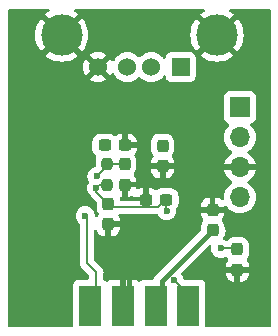
<source format=gbr>
%TF.GenerationSoftware,KiCad,Pcbnew,7.0.9*%
%TF.CreationDate,2024-03-27T20:05:08+00:00*%
%TF.ProjectId,USBHIDAdapter,55534248-4944-4416-9461-707465722e6b,rev?*%
%TF.SameCoordinates,Original*%
%TF.FileFunction,Copper,L2,Bot*%
%TF.FilePolarity,Positive*%
%FSLAX46Y46*%
G04 Gerber Fmt 4.6, Leading zero omitted, Abs format (unit mm)*
G04 Created by KiCad (PCBNEW 7.0.9) date 2024-03-27 20:05:08*
%MOMM*%
%LPD*%
G01*
G04 APERTURE LIST*
G04 Aperture macros list*
%AMRoundRect*
0 Rectangle with rounded corners*
0 $1 Rounding radius*
0 $2 $3 $4 $5 $6 $7 $8 $9 X,Y pos of 4 corners*
0 Add a 4 corners polygon primitive as box body*
4,1,4,$2,$3,$4,$5,$6,$7,$8,$9,$2,$3,0*
0 Add four circle primitives for the rounded corners*
1,1,$1+$1,$2,$3*
1,1,$1+$1,$4,$5*
1,1,$1+$1,$6,$7*
1,1,$1+$1,$8,$9*
0 Add four rect primitives between the rounded corners*
20,1,$1+$1,$2,$3,$4,$5,0*
20,1,$1+$1,$4,$5,$6,$7,0*
20,1,$1+$1,$6,$7,$8,$9,0*
20,1,$1+$1,$8,$9,$2,$3,0*%
G04 Aperture macros list end*
%TA.AperFunction,ComponentPad*%
%ADD10R,1.700000X1.700000*%
%TD*%
%TA.AperFunction,ComponentPad*%
%ADD11O,1.700000X1.700000*%
%TD*%
%TA.AperFunction,ComponentPad*%
%ADD12C,3.500000*%
%TD*%
%TA.AperFunction,ComponentPad*%
%ADD13C,1.524000*%
%TD*%
%TA.AperFunction,ComponentPad*%
%ADD14R,1.524000X1.524000*%
%TD*%
%TA.AperFunction,SMDPad,CuDef*%
%ADD15R,1.846667X3.480000*%
%TD*%
%TA.AperFunction,SMDPad,CuDef*%
%ADD16RoundRect,0.237500X-0.237500X0.300000X-0.237500X-0.300000X0.237500X-0.300000X0.237500X0.300000X0*%
%TD*%
%TA.AperFunction,SMDPad,CuDef*%
%ADD17RoundRect,0.237500X-0.300000X-0.237500X0.300000X-0.237500X0.300000X0.237500X-0.300000X0.237500X0*%
%TD*%
%TA.AperFunction,SMDPad,CuDef*%
%ADD18RoundRect,0.237500X0.237500X-0.300000X0.237500X0.300000X-0.237500X0.300000X-0.237500X-0.300000X0*%
%TD*%
%TA.AperFunction,SMDPad,CuDef*%
%ADD19RoundRect,0.237500X0.300000X0.237500X-0.300000X0.237500X-0.300000X-0.237500X0.300000X-0.237500X0*%
%TD*%
%TA.AperFunction,SMDPad,CuDef*%
%ADD20RoundRect,0.237500X0.237500X-0.250000X0.237500X0.250000X-0.237500X0.250000X-0.237500X-0.250000X0*%
%TD*%
%TA.AperFunction,ViaPad*%
%ADD21C,0.600000*%
%TD*%
%TA.AperFunction,Conductor*%
%ADD22C,0.200000*%
%TD*%
%TA.AperFunction,Conductor*%
%ADD23C,0.127000*%
%TD*%
%TA.AperFunction,Conductor*%
%ADD24C,0.400000*%
%TD*%
G04 APERTURE END LIST*
D10*
%TO.P,J2,1,Pin_1*%
%TO.N,/SWCLK*%
X138684000Y-84668200D03*
D11*
%TO.P,J2,2,Pin_2*%
%TO.N,/SWDIO*%
X138684000Y-87208200D03*
%TO.P,J2,3,Pin_3*%
%TO.N,GND*%
X138684000Y-89748200D03*
%TO.P,J2,4,Pin_4*%
%TO.N,+5V*%
X138684000Y-92288200D03*
%TD*%
D12*
%TO.P,J3,5,Shield*%
%TO.N,GND*%
X123605000Y-78557100D03*
X136745000Y-78557100D03*
D13*
%TO.P,J3,4,GND*%
X126675000Y-81267100D03*
%TO.P,J3,3,D+*%
%TO.N,/USB_DP*%
X129175000Y-81267100D03*
%TO.P,J3,2,D-*%
%TO.N,/USB_DM*%
X131175000Y-81267100D03*
D14*
%TO.P,J3,1,VBUS*%
%TO.N,Net-(J3-VBUS)*%
X133675000Y-81267100D03*
%TD*%
D15*
%TO.P,J1,9,9*%
%TO.N,/PIN9*%
X126020000Y-101498400D03*
%TO.P,J1,8,8*%
%TO.N,GND*%
X128790000Y-101498400D03*
%TO.P,J1,7,7*%
%TO.N,+5V*%
X131560000Y-101498400D03*
%TO.P,J1,6,6*%
%TO.N,/PIN6*%
X134330000Y-101498400D03*
%TD*%
D16*
%TO.P,C1,1*%
%TO.N,+3.3V*%
X138480800Y-96698900D03*
%TO.P,C1,2*%
%TO.N,GND*%
X138480800Y-98423900D03*
%TD*%
D17*
%TO.P,C2,1*%
%TO.N,+3.3V*%
X127229700Y-87884000D03*
%TO.P,C2,2*%
%TO.N,GND*%
X128954700Y-87884000D03*
%TD*%
D18*
%TO.P,C4,1*%
%TO.N,+5V*%
X136372600Y-95071100D03*
%TO.P,C4,2*%
%TO.N,GND*%
X136372600Y-93346100D03*
%TD*%
D19*
%TO.P,C6,1*%
%TO.N,+3.3V*%
X132459900Y-92481400D03*
%TO.P,C6,2*%
%TO.N,GND*%
X130734900Y-92481400D03*
%TD*%
D16*
%TO.P,C3,1*%
%TO.N,+3.3V*%
X132156200Y-87935900D03*
%TO.P,C3,2*%
%TO.N,GND*%
X132156200Y-89660900D03*
%TD*%
%TO.P,C5,1*%
%TO.N,+3.3V*%
X127533400Y-92838100D03*
%TO.P,C5,2*%
%TO.N,GND*%
X127533400Y-94563100D03*
%TD*%
D20*
%TO.P,R2,1*%
%TO.N,+3.3V*%
X127457200Y-91260300D03*
%TO.P,R2,2*%
%TO.N,/NRST*%
X127457200Y-89435300D03*
%TD*%
D16*
%TO.P,C9,1*%
%TO.N,/NRST*%
X128930400Y-89485300D03*
%TO.P,C9,2*%
%TO.N,GND*%
X128930400Y-91210300D03*
%TD*%
D21*
%TO.N,+3.3V*%
X137071500Y-96621600D03*
X132105400Y-87909400D03*
X132486400Y-93421200D03*
X127127000Y-87934800D03*
X126550218Y-91506221D03*
%TO.N,GND*%
X139369800Y-100685600D03*
X132029200Y-95377000D03*
X123748800Y-84328000D03*
X123113800Y-89916000D03*
X135077200Y-87909400D03*
X137134600Y-98069400D03*
X129616200Y-98018600D03*
X139954000Y-81153000D03*
X127508000Y-84607400D03*
X130810000Y-78562200D03*
X123926600Y-92100400D03*
%TO.N,+5V*%
X136677400Y-95123000D03*
%TO.N,/NRST*%
X126586051Y-90531667D03*
%TO.N,/PIN6*%
X133108229Y-99331898D03*
%TO.N,/PIN9*%
X125603000Y-93853000D03*
%TD*%
D22*
%TO.N,+3.3V*%
X132459900Y-92481400D02*
X132459900Y-93394700D01*
D23*
X126550218Y-91854918D02*
X126550218Y-91506221D01*
X127533400Y-92838100D02*
X126550218Y-91854918D01*
X127842200Y-93146900D02*
X131794400Y-93146900D01*
X126796139Y-91260300D02*
X126550218Y-91506221D01*
D22*
X132459900Y-93394700D02*
X132486400Y-93421200D01*
X137071500Y-96621600D02*
X138403500Y-96621600D01*
D23*
X127457200Y-91260300D02*
X126796139Y-91260300D01*
D22*
X127178900Y-87934800D02*
X127229700Y-87884000D01*
D23*
X127533400Y-92838100D02*
X127842200Y-93146900D01*
X131794400Y-93146900D02*
X132459900Y-92481400D01*
D22*
X127127000Y-87934800D02*
X127178900Y-87934800D01*
X138403500Y-96621600D02*
X138480800Y-96698900D01*
D24*
%TO.N,GND*%
X129311400Y-98323400D02*
X129616200Y-98018600D01*
X129311400Y-100101400D02*
X129311400Y-98323400D01*
%TO.N,+5V*%
X132080000Y-99363700D02*
X136372600Y-95071100D01*
X132080000Y-101498400D02*
X132080000Y-99363700D01*
D23*
%TO.N,/NRST*%
X127507200Y-89485300D02*
X127457200Y-89435300D01*
X128981200Y-89485300D02*
X127507200Y-89485300D01*
X127457200Y-89660518D02*
X126586051Y-90531667D01*
X127457200Y-89435300D02*
X127457200Y-89660518D01*
D22*
%TO.N,/PIN6*%
X134850000Y-101498400D02*
X134850000Y-101073669D01*
X134850000Y-101073669D02*
X133108229Y-99331898D01*
%TO.N,/PIN9*%
X125755400Y-94005400D02*
X125603000Y-93853000D01*
X125755400Y-97866200D02*
X125755400Y-94005400D01*
X126540000Y-98650800D02*
X125755400Y-97866200D01*
X126540000Y-101498400D02*
X126540000Y-98650800D01*
%TD*%
%TA.AperFunction,Conductor*%
%TO.N,GND*%
G36*
X122538955Y-76364585D02*
G01*
X122584710Y-76417389D01*
X122594654Y-76486547D01*
X122565629Y-76550103D01*
X122526760Y-76580112D01*
X122477593Y-76604358D01*
X122477580Y-76604365D01*
X122232350Y-76768223D01*
X122198958Y-76797506D01*
X122985388Y-77583936D01*
X122826931Y-77703599D01*
X122683348Y-77861101D01*
X122634439Y-77940091D01*
X121845406Y-77151058D01*
X121816123Y-77184450D01*
X121652265Y-77429680D01*
X121652258Y-77429693D01*
X121521812Y-77694211D01*
X121427005Y-77973500D01*
X121427001Y-77973515D01*
X121369464Y-78262775D01*
X121369462Y-78262787D01*
X121350172Y-78557100D01*
X121369462Y-78851412D01*
X121369464Y-78851424D01*
X121427001Y-79140684D01*
X121427005Y-79140699D01*
X121521812Y-79419988D01*
X121652258Y-79684506D01*
X121652265Y-79684519D01*
X121816122Y-79929748D01*
X121845406Y-79963139D01*
X122634438Y-79174107D01*
X122683348Y-79253099D01*
X122826931Y-79410601D01*
X122985388Y-79530263D01*
X122198959Y-80316692D01*
X122198959Y-80316693D01*
X122232344Y-80345972D01*
X122232348Y-80345975D01*
X122477580Y-80509834D01*
X122477593Y-80509841D01*
X122742111Y-80640287D01*
X123021400Y-80735094D01*
X123021415Y-80735098D01*
X123310675Y-80792635D01*
X123310687Y-80792637D01*
X123605000Y-80811927D01*
X123899312Y-80792637D01*
X123899324Y-80792635D01*
X124188584Y-80735098D01*
X124188599Y-80735094D01*
X124467888Y-80640287D01*
X124732406Y-80509841D01*
X124732419Y-80509834D01*
X124977650Y-80345977D01*
X125011039Y-80316693D01*
X125011040Y-80316692D01*
X124224611Y-79530263D01*
X124383069Y-79410601D01*
X124526652Y-79253099D01*
X124575560Y-79174108D01*
X125364592Y-79963140D01*
X125364593Y-79963139D01*
X125393877Y-79929750D01*
X125557734Y-79684519D01*
X125557741Y-79684506D01*
X125688187Y-79419988D01*
X125782994Y-79140699D01*
X125782998Y-79140684D01*
X125840535Y-78851424D01*
X125840537Y-78851412D01*
X125859827Y-78557100D01*
X125840537Y-78262787D01*
X125840535Y-78262775D01*
X125782998Y-77973515D01*
X125782994Y-77973500D01*
X125688187Y-77694211D01*
X125557741Y-77429693D01*
X125557734Y-77429680D01*
X125393875Y-77184448D01*
X125393872Y-77184444D01*
X125364593Y-77151059D01*
X125364592Y-77151059D01*
X124575560Y-77940091D01*
X124526652Y-77861101D01*
X124383069Y-77703599D01*
X124224610Y-77583935D01*
X125011039Y-76797506D01*
X124977648Y-76768222D01*
X124732419Y-76604365D01*
X124732406Y-76604358D01*
X124683240Y-76580112D01*
X124631821Y-76532807D01*
X124614139Y-76465212D01*
X124635809Y-76398787D01*
X124689950Y-76354623D01*
X124738084Y-76344900D01*
X135611916Y-76344900D01*
X135678955Y-76364585D01*
X135724710Y-76417389D01*
X135734654Y-76486547D01*
X135705629Y-76550103D01*
X135666760Y-76580112D01*
X135617593Y-76604358D01*
X135617580Y-76604365D01*
X135372350Y-76768223D01*
X135338958Y-76797506D01*
X136125388Y-77583936D01*
X135966931Y-77703599D01*
X135823348Y-77861101D01*
X135774439Y-77940091D01*
X134985406Y-77151058D01*
X134956123Y-77184450D01*
X134792265Y-77429680D01*
X134792258Y-77429693D01*
X134661812Y-77694211D01*
X134567005Y-77973500D01*
X134567001Y-77973515D01*
X134509464Y-78262775D01*
X134509462Y-78262787D01*
X134490172Y-78557100D01*
X134509462Y-78851412D01*
X134509464Y-78851424D01*
X134567001Y-79140684D01*
X134567005Y-79140699D01*
X134661812Y-79419988D01*
X134792258Y-79684506D01*
X134792265Y-79684519D01*
X134956122Y-79929748D01*
X134985406Y-79963139D01*
X135774438Y-79174107D01*
X135823348Y-79253099D01*
X135966931Y-79410601D01*
X136125388Y-79530263D01*
X135338959Y-80316692D01*
X135338959Y-80316693D01*
X135372344Y-80345972D01*
X135372348Y-80345975D01*
X135617580Y-80509834D01*
X135617593Y-80509841D01*
X135882111Y-80640287D01*
X136161400Y-80735094D01*
X136161415Y-80735098D01*
X136450675Y-80792635D01*
X136450687Y-80792637D01*
X136745000Y-80811927D01*
X137039312Y-80792637D01*
X137039324Y-80792635D01*
X137328584Y-80735098D01*
X137328599Y-80735094D01*
X137607888Y-80640287D01*
X137872406Y-80509841D01*
X137872419Y-80509834D01*
X138117650Y-80345977D01*
X138151039Y-80316693D01*
X138151040Y-80316692D01*
X137364611Y-79530263D01*
X137523069Y-79410601D01*
X137666652Y-79253099D01*
X137715560Y-79174108D01*
X138504592Y-79963140D01*
X138504593Y-79963139D01*
X138533877Y-79929750D01*
X138697734Y-79684519D01*
X138697741Y-79684506D01*
X138828187Y-79419988D01*
X138922994Y-79140699D01*
X138922998Y-79140684D01*
X138980535Y-78851424D01*
X138980537Y-78851412D01*
X138999827Y-78557100D01*
X138980537Y-78262787D01*
X138980535Y-78262775D01*
X138922998Y-77973515D01*
X138922994Y-77973500D01*
X138828187Y-77694211D01*
X138697741Y-77429693D01*
X138697734Y-77429680D01*
X138533875Y-77184448D01*
X138533872Y-77184444D01*
X138504593Y-77151059D01*
X138504592Y-77151059D01*
X137715560Y-77940091D01*
X137666652Y-77861101D01*
X137523069Y-77703599D01*
X137364610Y-77583935D01*
X138151039Y-76797506D01*
X138117648Y-76768222D01*
X137872419Y-76604365D01*
X137872406Y-76604358D01*
X137823240Y-76580112D01*
X137771821Y-76532807D01*
X137754139Y-76465212D01*
X137775809Y-76398787D01*
X137829950Y-76354623D01*
X137878084Y-76344900D01*
X141183700Y-76344900D01*
X141250739Y-76364585D01*
X141296494Y-76417389D01*
X141307700Y-76468900D01*
X141307700Y-103134500D01*
X141288015Y-103201539D01*
X141235211Y-103247294D01*
X141183700Y-103258500D01*
X135877834Y-103258500D01*
X135810795Y-103238815D01*
X135765040Y-103186011D01*
X135753834Y-103134500D01*
X135753833Y-99710529D01*
X135753832Y-99710523D01*
X135753831Y-99710516D01*
X135747425Y-99650917D01*
X135697130Y-99516069D01*
X135697129Y-99516068D01*
X135697127Y-99516064D01*
X135610881Y-99400855D01*
X135610878Y-99400852D01*
X135495669Y-99314606D01*
X135495662Y-99314602D01*
X135360816Y-99264308D01*
X135360817Y-99264308D01*
X135301217Y-99257901D01*
X135301215Y-99257900D01*
X135301207Y-99257900D01*
X135301199Y-99257900D01*
X134016270Y-99257900D01*
X133949231Y-99238215D01*
X133903476Y-99185411D01*
X133896210Y-99159187D01*
X133895146Y-99159430D01*
X133893597Y-99152643D01*
X133872991Y-99093755D01*
X133834018Y-98982376D01*
X133834017Y-98982375D01*
X133834016Y-98982371D01*
X133739209Y-98831488D01*
X133720208Y-98764252D01*
X133740575Y-98697417D01*
X133756516Y-98677840D01*
X133760456Y-98673900D01*
X137505801Y-98673900D01*
X137505801Y-98773054D01*
X137516119Y-98874052D01*
X137570346Y-99037700D01*
X137570351Y-99037711D01*
X137660852Y-99184434D01*
X137660855Y-99184438D01*
X137782761Y-99306344D01*
X137782765Y-99306347D01*
X137929488Y-99396848D01*
X137929499Y-99396853D01*
X138093147Y-99451080D01*
X138194152Y-99461399D01*
X138230800Y-99461399D01*
X138230800Y-98673900D01*
X138730800Y-98673900D01*
X138730800Y-99461399D01*
X138767440Y-99461399D01*
X138767454Y-99461398D01*
X138868452Y-99451080D01*
X139032100Y-99396853D01*
X139032111Y-99396848D01*
X139178834Y-99306347D01*
X139178838Y-99306344D01*
X139300744Y-99184438D01*
X139300747Y-99184434D01*
X139391248Y-99037711D01*
X139391253Y-99037700D01*
X139445480Y-98874052D01*
X139455799Y-98773054D01*
X139455800Y-98773041D01*
X139455800Y-98673900D01*
X138730800Y-98673900D01*
X138230800Y-98673900D01*
X137505801Y-98673900D01*
X133760456Y-98673900D01*
X136072902Y-96361453D01*
X136134223Y-96327970D01*
X136203915Y-96332954D01*
X136259848Y-96374826D01*
X136284265Y-96440290D01*
X136283801Y-96463019D01*
X136265935Y-96621595D01*
X136265935Y-96621603D01*
X136286130Y-96800849D01*
X136286131Y-96800854D01*
X136345711Y-96971123D01*
X136394065Y-97048077D01*
X136441684Y-97123862D01*
X136569238Y-97251416D01*
X136659580Y-97308182D01*
X136707409Y-97338235D01*
X136721978Y-97347389D01*
X136805933Y-97376766D01*
X136892245Y-97406968D01*
X136892250Y-97406969D01*
X137071496Y-97427165D01*
X137071500Y-97427165D01*
X137071504Y-97427165D01*
X137250749Y-97406969D01*
X137250752Y-97406968D01*
X137250755Y-97406968D01*
X137421022Y-97347389D01*
X137437763Y-97336869D01*
X137504998Y-97317869D01*
X137571834Y-97338235D01*
X137609274Y-97376766D01*
X137660457Y-97459746D01*
X137660460Y-97459750D01*
X137674782Y-97474072D01*
X137708267Y-97535395D01*
X137703283Y-97605087D01*
X137674785Y-97649432D01*
X137660852Y-97663365D01*
X137570351Y-97810088D01*
X137570346Y-97810099D01*
X137516119Y-97973747D01*
X137505800Y-98074745D01*
X137505800Y-98173900D01*
X139455799Y-98173900D01*
X139455799Y-98074760D01*
X139455798Y-98074745D01*
X139445480Y-97973747D01*
X139391253Y-97810099D01*
X139391248Y-97810088D01*
X139300747Y-97663365D01*
X139300744Y-97663361D01*
X139286817Y-97649434D01*
X139253332Y-97588111D01*
X139258316Y-97518419D01*
X139286817Y-97474072D01*
X139301140Y-97459750D01*
X139391708Y-97312916D01*
X139445974Y-97149153D01*
X139456300Y-97048077D01*
X139456299Y-96349724D01*
X139448367Y-96272078D01*
X139445974Y-96248647D01*
X139391708Y-96084884D01*
X139301140Y-95938050D01*
X139179150Y-95816060D01*
X139032316Y-95725492D01*
X138868553Y-95671226D01*
X138868551Y-95671225D01*
X138767478Y-95660900D01*
X138194130Y-95660900D01*
X138194112Y-95660901D01*
X138093047Y-95671225D01*
X137929284Y-95725492D01*
X137929281Y-95725493D01*
X137782451Y-95816059D01*
X137663929Y-95934581D01*
X137602606Y-95968065D01*
X137532914Y-95963081D01*
X137510276Y-95951893D01*
X137421019Y-95895809D01*
X137346550Y-95869751D01*
X137289774Y-95829030D01*
X137264027Y-95764077D01*
X137277483Y-95695515D01*
X137281959Y-95687625D01*
X137283508Y-95685116D01*
X137294294Y-95652561D01*
X137307007Y-95625593D01*
X137307213Y-95625264D01*
X137307216Y-95625262D01*
X137403189Y-95472522D01*
X137462768Y-95302255D01*
X137482965Y-95123000D01*
X137475409Y-95055942D01*
X137462769Y-94943750D01*
X137462768Y-94943745D01*
X137403188Y-94773476D01*
X137359111Y-94703328D01*
X137340747Y-94649955D01*
X137337774Y-94620847D01*
X137326021Y-94585380D01*
X137283508Y-94457084D01*
X137192940Y-94310250D01*
X137178617Y-94295927D01*
X137145132Y-94234604D01*
X137150116Y-94164912D01*
X137178621Y-94120560D01*
X137192547Y-94106635D01*
X137283048Y-93959911D01*
X137283053Y-93959900D01*
X137337280Y-93796252D01*
X137347599Y-93695254D01*
X137347600Y-93695241D01*
X137347600Y-93596100D01*
X135397601Y-93596100D01*
X135397601Y-93695254D01*
X135407919Y-93796252D01*
X135462146Y-93959900D01*
X135462151Y-93959911D01*
X135552652Y-94106634D01*
X135552655Y-94106638D01*
X135566582Y-94120565D01*
X135600067Y-94181888D01*
X135595083Y-94251580D01*
X135566584Y-94295925D01*
X135552261Y-94310248D01*
X135461693Y-94457081D01*
X135461691Y-94457086D01*
X135441888Y-94516848D01*
X135407426Y-94620847D01*
X135407426Y-94620848D01*
X135407425Y-94620848D01*
X135397100Y-94721915D01*
X135397100Y-95004580D01*
X135377415Y-95071619D01*
X135360781Y-95092261D01*
X131600966Y-98852075D01*
X131598240Y-98854642D01*
X131551818Y-98895768D01*
X131516586Y-98946809D01*
X131514368Y-98949824D01*
X131476124Y-98998639D01*
X131476119Y-98998648D01*
X131471960Y-99007888D01*
X131460942Y-99027423D01*
X131455187Y-99035761D01*
X131455183Y-99035767D01*
X131455182Y-99035770D01*
X131455180Y-99035774D01*
X131455179Y-99035777D01*
X131433189Y-99093755D01*
X131431757Y-99097213D01*
X131406305Y-99153767D01*
X131405849Y-99156258D01*
X131405011Y-99157919D01*
X131404075Y-99160925D01*
X131403575Y-99160769D01*
X131374399Y-99218650D01*
X131314211Y-99254134D01*
X131283881Y-99257900D01*
X130588795Y-99257900D01*
X130588789Y-99257901D01*
X130529182Y-99264308D01*
X130394337Y-99314602D01*
X130394330Y-99314606D01*
X130279121Y-99400852D01*
X130279117Y-99400856D01*
X130273949Y-99407760D01*
X130218013Y-99449628D01*
X130148321Y-99454607D01*
X130087000Y-99421118D01*
X130075419Y-99407752D01*
X130070521Y-99401209D01*
X129955427Y-99315049D01*
X129955420Y-99315045D01*
X129820713Y-99264803D01*
X129820706Y-99264801D01*
X129761178Y-99258400D01*
X129040000Y-99258400D01*
X129040000Y-101624400D01*
X129020315Y-101691439D01*
X128967511Y-101737194D01*
X128916000Y-101748400D01*
X128664000Y-101748400D01*
X128596961Y-101728715D01*
X128551206Y-101675911D01*
X128540000Y-101624400D01*
X128540000Y-99258400D01*
X127818821Y-99258400D01*
X127759293Y-99264801D01*
X127759286Y-99264803D01*
X127624579Y-99315045D01*
X127624572Y-99315049D01*
X127509479Y-99401209D01*
X127504577Y-99407757D01*
X127448642Y-99449626D01*
X127378950Y-99454608D01*
X127317628Y-99421121D01*
X127306047Y-99407756D01*
X127300881Y-99400855D01*
X127295535Y-99396853D01*
X127190188Y-99317990D01*
X127148318Y-99262057D01*
X127140500Y-99218724D01*
X127140500Y-98694227D01*
X127141031Y-98686126D01*
X127145682Y-98650800D01*
X127145682Y-98650798D01*
X127125044Y-98494039D01*
X127125042Y-98494034D01*
X127064538Y-98347963D01*
X127064538Y-98347962D01*
X127064536Y-98347959D01*
X126992450Y-98254015D01*
X126980366Y-98238266D01*
X126968283Y-98222518D01*
X126940009Y-98200823D01*
X126933912Y-98195477D01*
X126392219Y-97653784D01*
X126358734Y-97592461D01*
X126355900Y-97566103D01*
X126355900Y-95139431D01*
X126375585Y-95072392D01*
X126428389Y-95026637D01*
X126497547Y-95016693D01*
X126561103Y-95045718D01*
X126597606Y-95100427D01*
X126622946Y-95176900D01*
X126622951Y-95176911D01*
X126713452Y-95323634D01*
X126713455Y-95323638D01*
X126835361Y-95445544D01*
X126835365Y-95445547D01*
X126982088Y-95536048D01*
X126982099Y-95536053D01*
X127145747Y-95590280D01*
X127246752Y-95600599D01*
X127283400Y-95600599D01*
X127283400Y-94813100D01*
X127783400Y-94813100D01*
X127783400Y-95600599D01*
X127820040Y-95600599D01*
X127820054Y-95600598D01*
X127921052Y-95590280D01*
X128084700Y-95536053D01*
X128084711Y-95536048D01*
X128231434Y-95445547D01*
X128231438Y-95445544D01*
X128353344Y-95323638D01*
X128353347Y-95323634D01*
X128443848Y-95176911D01*
X128443853Y-95176900D01*
X128498080Y-95013252D01*
X128508399Y-94912254D01*
X128508400Y-94912241D01*
X128508400Y-94813100D01*
X127783400Y-94813100D01*
X127283400Y-94813100D01*
X127283400Y-94437100D01*
X127303085Y-94370061D01*
X127355889Y-94324306D01*
X127407400Y-94313100D01*
X128508399Y-94313100D01*
X128508399Y-94213960D01*
X128508398Y-94213945D01*
X128498080Y-94112947D01*
X128443853Y-93949299D01*
X128443851Y-93949294D01*
X128413444Y-93899997D01*
X128395004Y-93832604D01*
X128415927Y-93765941D01*
X128469569Y-93721171D01*
X128518983Y-93710900D01*
X131654489Y-93710900D01*
X131721528Y-93730585D01*
X131759482Y-93768927D01*
X131856582Y-93923460D01*
X131856584Y-93923462D01*
X131984138Y-94051016D01*
X132058422Y-94097692D01*
X132094816Y-94120560D01*
X132136878Y-94146989D01*
X132236614Y-94181888D01*
X132307145Y-94206568D01*
X132307150Y-94206569D01*
X132486396Y-94226765D01*
X132486400Y-94226765D01*
X132486404Y-94226765D01*
X132665649Y-94206569D01*
X132665652Y-94206568D01*
X132665655Y-94206568D01*
X132835922Y-94146989D01*
X132988662Y-94051016D01*
X133116216Y-93923462D01*
X133212189Y-93770722D01*
X133271768Y-93600455D01*
X133271938Y-93598951D01*
X133291965Y-93421202D01*
X133291965Y-93421198D01*
X133287671Y-93383093D01*
X133279342Y-93309173D01*
X133291396Y-93240353D01*
X133314880Y-93207609D01*
X133342740Y-93179750D01*
X133394336Y-93096100D01*
X135397600Y-93096100D01*
X136122600Y-93096100D01*
X136622600Y-93096100D01*
X137347599Y-93096100D01*
X137360620Y-93083078D01*
X137367284Y-93060386D01*
X137420088Y-93014631D01*
X137489246Y-93004687D01*
X137552802Y-93033712D01*
X137573174Y-93056302D01*
X137645500Y-93159595D01*
X137645505Y-93159601D01*
X137812599Y-93326695D01*
X137846935Y-93350737D01*
X138006165Y-93462232D01*
X138006167Y-93462233D01*
X138006170Y-93462235D01*
X138220337Y-93562103D01*
X138448592Y-93623263D01*
X138636918Y-93639739D01*
X138683999Y-93643859D01*
X138684000Y-93643859D01*
X138684001Y-93643859D01*
X138723234Y-93640426D01*
X138919408Y-93623263D01*
X139147663Y-93562103D01*
X139361830Y-93462235D01*
X139555401Y-93326695D01*
X139722495Y-93159601D01*
X139858035Y-92966030D01*
X139957903Y-92751863D01*
X140019063Y-92523608D01*
X140039659Y-92288200D01*
X140019063Y-92052792D01*
X139957903Y-91824537D01*
X139858035Y-91610371D01*
X139854831Y-91605794D01*
X139722494Y-91416797D01*
X139555402Y-91249706D01*
X139555401Y-91249705D01*
X139369405Y-91119469D01*
X139325781Y-91064892D01*
X139318588Y-90995393D01*
X139350110Y-90933039D01*
X139369405Y-90916319D01*
X139555082Y-90786305D01*
X139722105Y-90619282D01*
X139857600Y-90425778D01*
X139957429Y-90211692D01*
X139957432Y-90211686D01*
X140014636Y-89998200D01*
X139117686Y-89998200D01*
X139143493Y-89958044D01*
X139184000Y-89820089D01*
X139184000Y-89676311D01*
X139143493Y-89538356D01*
X139117686Y-89498200D01*
X140014636Y-89498200D01*
X140014635Y-89498199D01*
X139957432Y-89284713D01*
X139957429Y-89284707D01*
X139857600Y-89070622D01*
X139857599Y-89070620D01*
X139722113Y-88877126D01*
X139722108Y-88877120D01*
X139555078Y-88710090D01*
X139369405Y-88580079D01*
X139325780Y-88525502D01*
X139318588Y-88456004D01*
X139350110Y-88393649D01*
X139369406Y-88376930D01*
X139555401Y-88246695D01*
X139722495Y-88079601D01*
X139858035Y-87886030D01*
X139957903Y-87671863D01*
X140019063Y-87443608D01*
X140039659Y-87208200D01*
X140019063Y-86972792D01*
X139957903Y-86744537D01*
X139858035Y-86530371D01*
X139722495Y-86336799D01*
X139600567Y-86214871D01*
X139567084Y-86153551D01*
X139572068Y-86083859D01*
X139613939Y-86027925D01*
X139644915Y-86011010D01*
X139776331Y-85961996D01*
X139891546Y-85875746D01*
X139977796Y-85760531D01*
X140028091Y-85625683D01*
X140034500Y-85566073D01*
X140034499Y-83770328D01*
X140028091Y-83710717D01*
X139977796Y-83575869D01*
X139977795Y-83575868D01*
X139977793Y-83575864D01*
X139891547Y-83460655D01*
X139891544Y-83460652D01*
X139776335Y-83374406D01*
X139776328Y-83374402D01*
X139641482Y-83324108D01*
X139641483Y-83324108D01*
X139581883Y-83317701D01*
X139581881Y-83317700D01*
X139581873Y-83317700D01*
X139581864Y-83317700D01*
X137786129Y-83317700D01*
X137786123Y-83317701D01*
X137726516Y-83324108D01*
X137591671Y-83374402D01*
X137591664Y-83374406D01*
X137476455Y-83460652D01*
X137476452Y-83460655D01*
X137390206Y-83575864D01*
X137390202Y-83575871D01*
X137339908Y-83710717D01*
X137333501Y-83770316D01*
X137333501Y-83770323D01*
X137333500Y-83770335D01*
X137333500Y-85566070D01*
X137333501Y-85566076D01*
X137339908Y-85625683D01*
X137390202Y-85760528D01*
X137390206Y-85760535D01*
X137476452Y-85875744D01*
X137476455Y-85875747D01*
X137591664Y-85961993D01*
X137591671Y-85961997D01*
X137723081Y-86011010D01*
X137779015Y-86052881D01*
X137803432Y-86118345D01*
X137788580Y-86186618D01*
X137767430Y-86214873D01*
X137645503Y-86336800D01*
X137509965Y-86530369D01*
X137509964Y-86530371D01*
X137410098Y-86744535D01*
X137410094Y-86744544D01*
X137348938Y-86972786D01*
X137348936Y-86972796D01*
X137328341Y-87208199D01*
X137328341Y-87208200D01*
X137348936Y-87443603D01*
X137348938Y-87443613D01*
X137410094Y-87671855D01*
X137410096Y-87671859D01*
X137410097Y-87671863D01*
X137509965Y-87886030D01*
X137509967Y-87886034D01*
X137645501Y-88079595D01*
X137645506Y-88079602D01*
X137812597Y-88246693D01*
X137812603Y-88246698D01*
X137998594Y-88376930D01*
X138042219Y-88431507D01*
X138049413Y-88501005D01*
X138017890Y-88563360D01*
X137998595Y-88580080D01*
X137812922Y-88710090D01*
X137812920Y-88710091D01*
X137645891Y-88877120D01*
X137645886Y-88877126D01*
X137510400Y-89070620D01*
X137510399Y-89070622D01*
X137410570Y-89284707D01*
X137410567Y-89284713D01*
X137353364Y-89498199D01*
X137353364Y-89498200D01*
X138250314Y-89498200D01*
X138224507Y-89538356D01*
X138184000Y-89676311D01*
X138184000Y-89820089D01*
X138224507Y-89958044D01*
X138250314Y-89998200D01*
X137353364Y-89998200D01*
X137410567Y-90211686D01*
X137410570Y-90211692D01*
X137510399Y-90425778D01*
X137645894Y-90619282D01*
X137812917Y-90786305D01*
X137998595Y-90916319D01*
X138042219Y-90970896D01*
X138049412Y-91040395D01*
X138017890Y-91102749D01*
X137998595Y-91119469D01*
X137812594Y-91249708D01*
X137645505Y-91416797D01*
X137509965Y-91610369D01*
X137509964Y-91610371D01*
X137410098Y-91824535D01*
X137410094Y-91824544D01*
X137348938Y-92052786D01*
X137348936Y-92052796D01*
X137328341Y-92288199D01*
X137328341Y-92288201D01*
X137340178Y-92423498D01*
X137326411Y-92491998D01*
X137277796Y-92542181D01*
X137209768Y-92558114D01*
X137143924Y-92534739D01*
X137128969Y-92521986D01*
X137070638Y-92463655D01*
X137070634Y-92463652D01*
X136923911Y-92373151D01*
X136923900Y-92373146D01*
X136760252Y-92318919D01*
X136659254Y-92308600D01*
X136622600Y-92308600D01*
X136622600Y-93096100D01*
X136122600Y-93096100D01*
X136122600Y-92308600D01*
X136085961Y-92308600D01*
X136085943Y-92308601D01*
X135984947Y-92318919D01*
X135821299Y-92373146D01*
X135821288Y-92373151D01*
X135674565Y-92463652D01*
X135674561Y-92463655D01*
X135552655Y-92585561D01*
X135552652Y-92585565D01*
X135462151Y-92732288D01*
X135462146Y-92732299D01*
X135407919Y-92895947D01*
X135397600Y-92996945D01*
X135397600Y-93096100D01*
X133394336Y-93096100D01*
X133433308Y-93032916D01*
X133487574Y-92869153D01*
X133497900Y-92768077D01*
X133497899Y-92194724D01*
X133487574Y-92093647D01*
X133433308Y-91929884D01*
X133342740Y-91783050D01*
X133220750Y-91661060D01*
X133097228Y-91584871D01*
X133073918Y-91570493D01*
X133073913Y-91570491D01*
X133040675Y-91559477D01*
X132910153Y-91516226D01*
X132910151Y-91516225D01*
X132809078Y-91505900D01*
X132110730Y-91505900D01*
X132110712Y-91505901D01*
X132009647Y-91516225D01*
X131845884Y-91570492D01*
X131845881Y-91570493D01*
X131699048Y-91661061D01*
X131684725Y-91675384D01*
X131623401Y-91708868D01*
X131553709Y-91703882D01*
X131509365Y-91675382D01*
X131495438Y-91661455D01*
X131495434Y-91661452D01*
X131348711Y-91570951D01*
X131348700Y-91570946D01*
X131185052Y-91516719D01*
X131084054Y-91506400D01*
X130984900Y-91506400D01*
X130984900Y-92458900D01*
X130965215Y-92525939D01*
X130912411Y-92571694D01*
X130860900Y-92582900D01*
X128630477Y-92582900D01*
X128563438Y-92563215D01*
X128517683Y-92510411D01*
X128507119Y-92471502D01*
X128498574Y-92387847D01*
X128498572Y-92387843D01*
X128498054Y-92382765D01*
X128510824Y-92314072D01*
X128558704Y-92263188D01*
X128626494Y-92246267D01*
X128634016Y-92246805D01*
X128643753Y-92247799D01*
X128680400Y-92247799D01*
X128680400Y-91460300D01*
X129180400Y-91460300D01*
X129180400Y-92247799D01*
X129217040Y-92247799D01*
X129217054Y-92247798D01*
X129318052Y-92237480D01*
X129481700Y-92183253D01*
X129481707Y-92183250D01*
X129508302Y-92166846D01*
X129575694Y-92148405D01*
X129642358Y-92169327D01*
X129677841Y-92211841D01*
X129697400Y-92231400D01*
X130484900Y-92231400D01*
X130484900Y-91506399D01*
X130385760Y-91506400D01*
X130385744Y-91506401D01*
X130284747Y-91516719D01*
X130121099Y-91570946D01*
X130121090Y-91570951D01*
X130094496Y-91587354D01*
X130027103Y-91605794D01*
X129960440Y-91584871D01*
X129915671Y-91531228D01*
X129905400Y-91481815D01*
X129905400Y-91460300D01*
X129180400Y-91460300D01*
X128680400Y-91460300D01*
X128680400Y-91084300D01*
X128700085Y-91017261D01*
X128752889Y-90971506D01*
X128804400Y-90960300D01*
X129905399Y-90960300D01*
X129905399Y-90861160D01*
X129905398Y-90861145D01*
X129895080Y-90760147D01*
X129840853Y-90596499D01*
X129840848Y-90596488D01*
X129750347Y-90449765D01*
X129750344Y-90449761D01*
X129736417Y-90435834D01*
X129702932Y-90374511D01*
X129707916Y-90304819D01*
X129736417Y-90260472D01*
X129750740Y-90246150D01*
X129841308Y-90099316D01*
X129895574Y-89935553D01*
X129898093Y-89910900D01*
X131181201Y-89910900D01*
X131181201Y-90010054D01*
X131191519Y-90111052D01*
X131245746Y-90274700D01*
X131245751Y-90274711D01*
X131336252Y-90421434D01*
X131336255Y-90421438D01*
X131458161Y-90543344D01*
X131458165Y-90543347D01*
X131604888Y-90633848D01*
X131604899Y-90633853D01*
X131768547Y-90688080D01*
X131869552Y-90698399D01*
X131906200Y-90698399D01*
X131906200Y-89910900D01*
X132406200Y-89910900D01*
X132406200Y-90698399D01*
X132442840Y-90698399D01*
X132442854Y-90698398D01*
X132543852Y-90688080D01*
X132707500Y-90633853D01*
X132707511Y-90633848D01*
X132854234Y-90543347D01*
X132854238Y-90543344D01*
X132976144Y-90421438D01*
X132976147Y-90421434D01*
X133066648Y-90274711D01*
X133066653Y-90274700D01*
X133120880Y-90111052D01*
X133131199Y-90010054D01*
X133131200Y-90010041D01*
X133131200Y-89910900D01*
X132406200Y-89910900D01*
X131906200Y-89910900D01*
X131181201Y-89910900D01*
X129898093Y-89910900D01*
X129905900Y-89834477D01*
X129905899Y-89136124D01*
X129895574Y-89035047D01*
X129841308Y-88871284D01*
X129841304Y-88871278D01*
X129841303Y-88871275D01*
X129780845Y-88773258D01*
X129762404Y-88705866D01*
X129783326Y-88639202D01*
X129798704Y-88620478D01*
X129837144Y-88582039D01*
X129837145Y-88582037D01*
X129927648Y-88435311D01*
X129927653Y-88435300D01*
X129977434Y-88285069D01*
X131180700Y-88285069D01*
X131180701Y-88285087D01*
X131191025Y-88386152D01*
X131214172Y-88456004D01*
X131245292Y-88549916D01*
X131335859Y-88696749D01*
X131335861Y-88696751D01*
X131350182Y-88711072D01*
X131383667Y-88772395D01*
X131378683Y-88842087D01*
X131350185Y-88886432D01*
X131336252Y-88900365D01*
X131245751Y-89047088D01*
X131245746Y-89047099D01*
X131191519Y-89210747D01*
X131181200Y-89311745D01*
X131181200Y-89410900D01*
X133131199Y-89410900D01*
X133131199Y-89311760D01*
X133131198Y-89311745D01*
X133120880Y-89210747D01*
X133066653Y-89047099D01*
X133066648Y-89047088D01*
X132976147Y-88900365D01*
X132976144Y-88900361D01*
X132962217Y-88886434D01*
X132928732Y-88825111D01*
X132933716Y-88755419D01*
X132962217Y-88711072D01*
X132976540Y-88696750D01*
X133067108Y-88549916D01*
X133121374Y-88386153D01*
X133131700Y-88285077D01*
X133131699Y-87586724D01*
X133121374Y-87485647D01*
X133067108Y-87321884D01*
X132976540Y-87175050D01*
X132854550Y-87053060D01*
X132763329Y-86996795D01*
X132707718Y-86962493D01*
X132707713Y-86962491D01*
X132706269Y-86962012D01*
X132543953Y-86908226D01*
X132543951Y-86908225D01*
X132442878Y-86897900D01*
X131869530Y-86897900D01*
X131869512Y-86897901D01*
X131768447Y-86908225D01*
X131604684Y-86962492D01*
X131604681Y-86962493D01*
X131457848Y-87053061D01*
X131335861Y-87175048D01*
X131245293Y-87321881D01*
X131245292Y-87321884D01*
X131191026Y-87485647D01*
X131191026Y-87485648D01*
X131191025Y-87485648D01*
X131180700Y-87586715D01*
X131180700Y-88285069D01*
X129977434Y-88285069D01*
X129981880Y-88271652D01*
X129992199Y-88170654D01*
X129992200Y-88170641D01*
X129992200Y-88134000D01*
X128828700Y-88134000D01*
X128761661Y-88114315D01*
X128715906Y-88061511D01*
X128704700Y-88010000D01*
X128704700Y-86909000D01*
X129204700Y-86909000D01*
X129204700Y-87634000D01*
X129992199Y-87634000D01*
X129992199Y-87597360D01*
X129992198Y-87597345D01*
X129981880Y-87496347D01*
X129927653Y-87332699D01*
X129927648Y-87332688D01*
X129837147Y-87185965D01*
X129837144Y-87185961D01*
X129715238Y-87064055D01*
X129715234Y-87064052D01*
X129568511Y-86973551D01*
X129568500Y-86973546D01*
X129404852Y-86919319D01*
X129303854Y-86909000D01*
X129204700Y-86909000D01*
X128704700Y-86909000D01*
X128704700Y-86908999D01*
X128605560Y-86909000D01*
X128605544Y-86909001D01*
X128504547Y-86919319D01*
X128340899Y-86973546D01*
X128340888Y-86973551D01*
X128194165Y-87064052D01*
X128180232Y-87077985D01*
X128118908Y-87111468D01*
X128049216Y-87106482D01*
X128004872Y-87077982D01*
X127990551Y-87063661D01*
X127990550Y-87063660D01*
X127899329Y-87007395D01*
X127843718Y-86973093D01*
X127843713Y-86973091D01*
X127842269Y-86972612D01*
X127679953Y-86918826D01*
X127679951Y-86918825D01*
X127578878Y-86908500D01*
X126880530Y-86908500D01*
X126880512Y-86908501D01*
X126779447Y-86918825D01*
X126615684Y-86973092D01*
X126615681Y-86973093D01*
X126468848Y-87063661D01*
X126346861Y-87185648D01*
X126256293Y-87332481D01*
X126256291Y-87332486D01*
X126228919Y-87415088D01*
X126202026Y-87496247D01*
X126202026Y-87496248D01*
X126202025Y-87496248D01*
X126191700Y-87597315D01*
X126191700Y-88170669D01*
X126191701Y-88170687D01*
X126202025Y-88271752D01*
X126206441Y-88285077D01*
X126256220Y-88435300D01*
X126256292Y-88435515D01*
X126256293Y-88435518D01*
X126285027Y-88482103D01*
X126346860Y-88582350D01*
X126468850Y-88704340D01*
X126495631Y-88720859D01*
X126542355Y-88772804D01*
X126553579Y-88841767D01*
X126548241Y-88865401D01*
X126492026Y-89035047D01*
X126492025Y-89035048D01*
X126481700Y-89136115D01*
X126481700Y-89632106D01*
X126462015Y-89699145D01*
X126409211Y-89744900D01*
X126398654Y-89749148D01*
X126236529Y-89805877D01*
X126083788Y-89901851D01*
X125956235Y-90029404D01*
X125860262Y-90182143D01*
X125800682Y-90352412D01*
X125800681Y-90352417D01*
X125780486Y-90531663D01*
X125780486Y-90531670D01*
X125800681Y-90710916D01*
X125800682Y-90710921D01*
X125860262Y-90881190D01*
X125887449Y-90924457D01*
X125906449Y-90991693D01*
X125887449Y-91056400D01*
X125824430Y-91156695D01*
X125764849Y-91326966D01*
X125764848Y-91326971D01*
X125744653Y-91506217D01*
X125744653Y-91506224D01*
X125764848Y-91685470D01*
X125764849Y-91685475D01*
X125824429Y-91855744D01*
X125920402Y-92008483D01*
X126047955Y-92136036D01*
X126053402Y-92140380D01*
X126052439Y-92141587D01*
X126075153Y-92162273D01*
X126147968Y-92257168D01*
X126167994Y-92272534D01*
X126174324Y-92277392D01*
X126180419Y-92282736D01*
X126369186Y-92471502D01*
X126521581Y-92623897D01*
X126555066Y-92685220D01*
X126557900Y-92711578D01*
X126557900Y-93187269D01*
X126557901Y-93187287D01*
X126568225Y-93288352D01*
X126580931Y-93326695D01*
X126612247Y-93421200D01*
X126622492Y-93452115D01*
X126622493Y-93452118D01*
X126628733Y-93462234D01*
X126690331Y-93562101D01*
X126713061Y-93598951D01*
X126727382Y-93613272D01*
X126760867Y-93674595D01*
X126755883Y-93744287D01*
X126727385Y-93788632D01*
X126713453Y-93802563D01*
X126638103Y-93924725D01*
X126586155Y-93971449D01*
X126517192Y-93982670D01*
X126453110Y-93954827D01*
X126414255Y-93896758D01*
X126408565Y-93859627D01*
X126408565Y-93852996D01*
X126388369Y-93673750D01*
X126388368Y-93673745D01*
X126377910Y-93643859D01*
X126328789Y-93503478D01*
X126296515Y-93452115D01*
X126289582Y-93441080D01*
X126232816Y-93350738D01*
X126105262Y-93223184D01*
X125952523Y-93127211D01*
X125782254Y-93067631D01*
X125782249Y-93067630D01*
X125603004Y-93047435D01*
X125602996Y-93047435D01*
X125423750Y-93067630D01*
X125423745Y-93067631D01*
X125253476Y-93127211D01*
X125100737Y-93223184D01*
X124973184Y-93350737D01*
X124877211Y-93503476D01*
X124817631Y-93673745D01*
X124817630Y-93673750D01*
X124797435Y-93852996D01*
X124797435Y-93853003D01*
X124817630Y-94032249D01*
X124817631Y-94032254D01*
X124877211Y-94202523D01*
X124973184Y-94355262D01*
X125100737Y-94482815D01*
X125106184Y-94487159D01*
X125104606Y-94489137D01*
X125143153Y-94532700D01*
X125154900Y-94585380D01*
X125154900Y-97822771D01*
X125154369Y-97830873D01*
X125149718Y-97866199D01*
X125149718Y-97866200D01*
X125154900Y-97905560D01*
X125170355Y-98022960D01*
X125170356Y-98022962D01*
X125230864Y-98169041D01*
X125327118Y-98294482D01*
X125355395Y-98316180D01*
X125361485Y-98321520D01*
X125690763Y-98650798D01*
X125903181Y-98863216D01*
X125936666Y-98924539D01*
X125939500Y-98950897D01*
X125939500Y-99133900D01*
X125919815Y-99200939D01*
X125867011Y-99246694D01*
X125815500Y-99257900D01*
X125048795Y-99257900D01*
X125048789Y-99257901D01*
X124989182Y-99264308D01*
X124854337Y-99314602D01*
X124854330Y-99314606D01*
X124739121Y-99400852D01*
X124739118Y-99400855D01*
X124652872Y-99516064D01*
X124652868Y-99516071D01*
X124602574Y-99650917D01*
X124596167Y-99710516D01*
X124596167Y-99710523D01*
X124596166Y-99710535D01*
X124596167Y-103134500D01*
X124576482Y-103201539D01*
X124523678Y-103247294D01*
X124472167Y-103258500D01*
X119166300Y-103258500D01*
X119099261Y-103238815D01*
X119053506Y-103186011D01*
X119042300Y-103134500D01*
X119042300Y-81267100D01*
X125408179Y-81267100D01*
X125427424Y-81487076D01*
X125427426Y-81487086D01*
X125484575Y-81700370D01*
X125484580Y-81700384D01*
X125577899Y-81900507D01*
X125577900Y-81900509D01*
X125623258Y-81965287D01*
X126221220Y-81367325D01*
X126221467Y-81370616D01*
X126272128Y-81499698D01*
X126358586Y-81608113D01*
X126473159Y-81686227D01*
X126577301Y-81718350D01*
X125976811Y-82318841D01*
X126041582Y-82364194D01*
X126041592Y-82364200D01*
X126241715Y-82457519D01*
X126241729Y-82457524D01*
X126455013Y-82514673D01*
X126455023Y-82514675D01*
X126674999Y-82533921D01*
X126675001Y-82533921D01*
X126894976Y-82514675D01*
X126894986Y-82514673D01*
X127108270Y-82457524D01*
X127108284Y-82457519D01*
X127308408Y-82364200D01*
X127308420Y-82364193D01*
X127373186Y-82318842D01*
X127373187Y-82318840D01*
X126772020Y-81717672D01*
X126812119Y-81711629D01*
X126937054Y-81651463D01*
X127038705Y-81557145D01*
X127108039Y-81437055D01*
X127124850Y-81363397D01*
X127726740Y-81965287D01*
X127726742Y-81965286D01*
X127772093Y-81900520D01*
X127772095Y-81900517D01*
X127812341Y-81814209D01*
X127858513Y-81761770D01*
X127925707Y-81742617D01*
X127992588Y-81762832D01*
X128037106Y-81814209D01*
X128077464Y-81900758D01*
X128077468Y-81900766D01*
X128204170Y-82081715D01*
X128204175Y-82081721D01*
X128360378Y-82237924D01*
X128360384Y-82237929D01*
X128541333Y-82364631D01*
X128541335Y-82364632D01*
X128541338Y-82364634D01*
X128741550Y-82457994D01*
X128954932Y-82515170D01*
X129112123Y-82528922D01*
X129174998Y-82534423D01*
X129175000Y-82534423D01*
X129175002Y-82534423D01*
X129230151Y-82529598D01*
X129395068Y-82515170D01*
X129608450Y-82457994D01*
X129808662Y-82364634D01*
X129989620Y-82237926D01*
X130087319Y-82140227D01*
X130148642Y-82106742D01*
X130218334Y-82111726D01*
X130262681Y-82140227D01*
X130360378Y-82237924D01*
X130360384Y-82237929D01*
X130541333Y-82364631D01*
X130541335Y-82364632D01*
X130541338Y-82364634D01*
X130741550Y-82457994D01*
X130954932Y-82515170D01*
X131112123Y-82528922D01*
X131174998Y-82534423D01*
X131175000Y-82534423D01*
X131175002Y-82534423D01*
X131230151Y-82529598D01*
X131395068Y-82515170D01*
X131608450Y-82457994D01*
X131808662Y-82364634D01*
X131989620Y-82237926D01*
X132145826Y-82081720D01*
X132187907Y-82021620D01*
X132242481Y-81977997D01*
X132311980Y-81970803D01*
X132374335Y-82002325D01*
X132409749Y-82062554D01*
X132412771Y-82079490D01*
X132418909Y-82136583D01*
X132469202Y-82271428D01*
X132469206Y-82271435D01*
X132555452Y-82386644D01*
X132555455Y-82386647D01*
X132670664Y-82472893D01*
X132670671Y-82472897D01*
X132805517Y-82523191D01*
X132805516Y-82523191D01*
X132812444Y-82523935D01*
X132865127Y-82529600D01*
X134484872Y-82529599D01*
X134544483Y-82523191D01*
X134679331Y-82472896D01*
X134794546Y-82386646D01*
X134880796Y-82271431D01*
X134931091Y-82136583D01*
X134937500Y-82076973D01*
X134937499Y-80457228D01*
X134931091Y-80397617D01*
X134900908Y-80316693D01*
X134880797Y-80262771D01*
X134880793Y-80262764D01*
X134794547Y-80147555D01*
X134794544Y-80147552D01*
X134679335Y-80061306D01*
X134679328Y-80061302D01*
X134544482Y-80011008D01*
X134544483Y-80011008D01*
X134484883Y-80004601D01*
X134484881Y-80004600D01*
X134484873Y-80004600D01*
X134484864Y-80004600D01*
X132865129Y-80004600D01*
X132865123Y-80004601D01*
X132805516Y-80011008D01*
X132670671Y-80061302D01*
X132670664Y-80061306D01*
X132555455Y-80147552D01*
X132555452Y-80147555D01*
X132469206Y-80262764D01*
X132469202Y-80262771D01*
X132418908Y-80397616D01*
X132412770Y-80454710D01*
X132386032Y-80519261D01*
X132328639Y-80559109D01*
X132258814Y-80561602D01*
X132198725Y-80525949D01*
X132187906Y-80512577D01*
X132145827Y-80452481D01*
X132087318Y-80393972D01*
X131989620Y-80296274D01*
X131989616Y-80296271D01*
X131989615Y-80296270D01*
X131808666Y-80169568D01*
X131808662Y-80169566D01*
X131761457Y-80147554D01*
X131608450Y-80076206D01*
X131608447Y-80076205D01*
X131608445Y-80076204D01*
X131395070Y-80019030D01*
X131395062Y-80019029D01*
X131175002Y-79999777D01*
X131174998Y-79999777D01*
X130954937Y-80019029D01*
X130954929Y-80019030D01*
X130741554Y-80076204D01*
X130741548Y-80076207D01*
X130541340Y-80169565D01*
X130541338Y-80169566D01*
X130360381Y-80296272D01*
X130262680Y-80393973D01*
X130201356Y-80427457D01*
X130131665Y-80422473D01*
X130087318Y-80393972D01*
X129989621Y-80296275D01*
X129989615Y-80296270D01*
X129808666Y-80169568D01*
X129808662Y-80169566D01*
X129761457Y-80147554D01*
X129608450Y-80076206D01*
X129608447Y-80076205D01*
X129608445Y-80076204D01*
X129395070Y-80019030D01*
X129395062Y-80019029D01*
X129175002Y-79999777D01*
X129174998Y-79999777D01*
X128954937Y-80019029D01*
X128954929Y-80019030D01*
X128741554Y-80076204D01*
X128741548Y-80076207D01*
X128541340Y-80169565D01*
X128541338Y-80169566D01*
X128360377Y-80296275D01*
X128204175Y-80452477D01*
X128077466Y-80633438D01*
X128077462Y-80633445D01*
X128037104Y-80719992D01*
X127990931Y-80772431D01*
X127923738Y-80791582D01*
X127856857Y-80771365D01*
X127812341Y-80719990D01*
X127772100Y-80633693D01*
X127772099Y-80633691D01*
X127726740Y-80568911D01*
X127128779Y-81166872D01*
X127128533Y-81163584D01*
X127077872Y-81034502D01*
X126991414Y-80926087D01*
X126876841Y-80847973D01*
X126772697Y-80815849D01*
X127373187Y-80215358D01*
X127308409Y-80170000D01*
X127308407Y-80169999D01*
X127108284Y-80076680D01*
X127108270Y-80076675D01*
X126894986Y-80019526D01*
X126894976Y-80019524D01*
X126675001Y-80000279D01*
X126674999Y-80000279D01*
X126455023Y-80019524D01*
X126455013Y-80019526D01*
X126241729Y-80076675D01*
X126241720Y-80076679D01*
X126041586Y-80170003D01*
X125976812Y-80215357D01*
X125976811Y-80215358D01*
X126577980Y-80816527D01*
X126537881Y-80822571D01*
X126412946Y-80882737D01*
X126311295Y-80977055D01*
X126241961Y-81097145D01*
X126225149Y-81170802D01*
X125623258Y-80568911D01*
X125623257Y-80568912D01*
X125577903Y-80633686D01*
X125484579Y-80833820D01*
X125484575Y-80833829D01*
X125427426Y-81047113D01*
X125427424Y-81047123D01*
X125408179Y-81267099D01*
X125408179Y-81267100D01*
X119042300Y-81267100D01*
X119042300Y-76468900D01*
X119061985Y-76401861D01*
X119114789Y-76356106D01*
X119166300Y-76344900D01*
X122471916Y-76344900D01*
X122538955Y-76364585D01*
G37*
%TD.AperFunction*%
%TD*%
M02*

</source>
